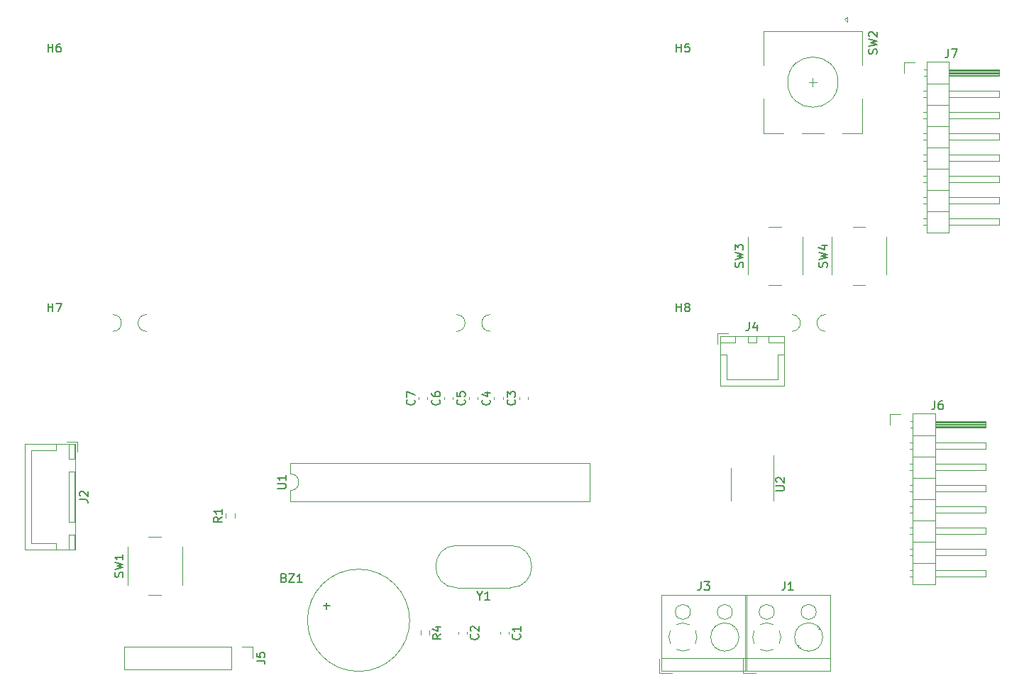
<source format=gbr>
%TF.GenerationSoftware,KiCad,Pcbnew,(6.0.5)*%
%TF.CreationDate,2022-11-21T22:14:33-06:00*%
%TF.ProjectId,A10102,41313031-3032-42e6-9b69-6361645f7063,rev?*%
%TF.SameCoordinates,Original*%
%TF.FileFunction,Legend,Top*%
%TF.FilePolarity,Positive*%
%FSLAX46Y46*%
G04 Gerber Fmt 4.6, Leading zero omitted, Abs format (unit mm)*
G04 Created by KiCad (PCBNEW (6.0.5)) date 2022-11-21 22:14:33*
%MOMM*%
%LPD*%
G01*
G04 APERTURE LIST*
%ADD10C,0.150000*%
%ADD11C,0.100000*%
%ADD12C,0.120000*%
G04 APERTURE END LIST*
D10*
%TO.C,C3*%
X142747142Y-89086666D02*
X142794761Y-89134285D01*
X142842380Y-89277142D01*
X142842380Y-89372380D01*
X142794761Y-89515238D01*
X142699523Y-89610476D01*
X142604285Y-89658095D01*
X142413809Y-89705714D01*
X142270952Y-89705714D01*
X142080476Y-89658095D01*
X141985238Y-89610476D01*
X141890000Y-89515238D01*
X141842380Y-89372380D01*
X141842380Y-89277142D01*
X141890000Y-89134285D01*
X141937619Y-89086666D01*
X141842380Y-88753333D02*
X141842380Y-88134285D01*
X142223333Y-88467619D01*
X142223333Y-88324761D01*
X142270952Y-88229523D01*
X142318571Y-88181904D01*
X142413809Y-88134285D01*
X142651904Y-88134285D01*
X142747142Y-88181904D01*
X142794761Y-88229523D01*
X142842380Y-88324761D01*
X142842380Y-88610476D01*
X142794761Y-88705714D01*
X142747142Y-88753333D01*
%TO.C,H5*%
X162058095Y-47572380D02*
X162058095Y-46572380D01*
X162058095Y-47048571D02*
X162629523Y-47048571D01*
X162629523Y-47572380D02*
X162629523Y-46572380D01*
X163581904Y-46572380D02*
X163105714Y-46572380D01*
X163058095Y-47048571D01*
X163105714Y-47000952D01*
X163200952Y-46953333D01*
X163439047Y-46953333D01*
X163534285Y-47000952D01*
X163581904Y-47048571D01*
X163629523Y-47143809D01*
X163629523Y-47381904D01*
X163581904Y-47477142D01*
X163534285Y-47524761D01*
X163439047Y-47572380D01*
X163200952Y-47572380D01*
X163105714Y-47524761D01*
X163058095Y-47477142D01*
%TO.C,SW3*%
X169974761Y-73253333D02*
X170022380Y-73110476D01*
X170022380Y-72872380D01*
X169974761Y-72777142D01*
X169927142Y-72729523D01*
X169831904Y-72681904D01*
X169736666Y-72681904D01*
X169641428Y-72729523D01*
X169593809Y-72777142D01*
X169546190Y-72872380D01*
X169498571Y-73062857D01*
X169450952Y-73158095D01*
X169403333Y-73205714D01*
X169308095Y-73253333D01*
X169212857Y-73253333D01*
X169117619Y-73205714D01*
X169070000Y-73158095D01*
X169022380Y-73062857D01*
X169022380Y-72824761D01*
X169070000Y-72681904D01*
X169022380Y-72348571D02*
X170022380Y-72110476D01*
X169308095Y-71920000D01*
X170022380Y-71729523D01*
X169022380Y-71491428D01*
X169022380Y-71205714D02*
X169022380Y-70586666D01*
X169403333Y-70920000D01*
X169403333Y-70777142D01*
X169450952Y-70681904D01*
X169498571Y-70634285D01*
X169593809Y-70586666D01*
X169831904Y-70586666D01*
X169927142Y-70634285D01*
X169974761Y-70681904D01*
X170022380Y-70777142D01*
X170022380Y-71062857D01*
X169974761Y-71158095D01*
X169927142Y-71205714D01*
%TO.C,R1*%
X107842380Y-103086666D02*
X107366190Y-103420000D01*
X107842380Y-103658095D02*
X106842380Y-103658095D01*
X106842380Y-103277142D01*
X106890000Y-103181904D01*
X106937619Y-103134285D01*
X107032857Y-103086666D01*
X107175714Y-103086666D01*
X107270952Y-103134285D01*
X107318571Y-103181904D01*
X107366190Y-103277142D01*
X107366190Y-103658095D01*
X107842380Y-102134285D02*
X107842380Y-102705714D01*
X107842380Y-102420000D02*
X106842380Y-102420000D01*
X106985238Y-102515238D01*
X107080476Y-102610476D01*
X107128095Y-102705714D01*
%TO.C,H7*%
X87058095Y-78572380D02*
X87058095Y-77572380D01*
X87058095Y-78048571D02*
X87629523Y-78048571D01*
X87629523Y-78572380D02*
X87629523Y-77572380D01*
X88010476Y-77572380D02*
X88677142Y-77572380D01*
X88248571Y-78572380D01*
%TO.C,U2*%
X173922380Y-99931904D02*
X174731904Y-99931904D01*
X174827142Y-99884285D01*
X174874761Y-99836666D01*
X174922380Y-99741428D01*
X174922380Y-99550952D01*
X174874761Y-99455714D01*
X174827142Y-99408095D01*
X174731904Y-99360476D01*
X173922380Y-99360476D01*
X174017619Y-98931904D02*
X173970000Y-98884285D01*
X173922380Y-98789047D01*
X173922380Y-98550952D01*
X173970000Y-98455714D01*
X174017619Y-98408095D01*
X174112857Y-98360476D01*
X174208095Y-98360476D01*
X174350952Y-98408095D01*
X174922380Y-98979523D01*
X174922380Y-98360476D01*
%TO.C,C6*%
X133747142Y-89086666D02*
X133794761Y-89134285D01*
X133842380Y-89277142D01*
X133842380Y-89372380D01*
X133794761Y-89515238D01*
X133699523Y-89610476D01*
X133604285Y-89658095D01*
X133413809Y-89705714D01*
X133270952Y-89705714D01*
X133080476Y-89658095D01*
X132985238Y-89610476D01*
X132890000Y-89515238D01*
X132842380Y-89372380D01*
X132842380Y-89277142D01*
X132890000Y-89134285D01*
X132937619Y-89086666D01*
X132842380Y-88229523D02*
X132842380Y-88420000D01*
X132890000Y-88515238D01*
X132937619Y-88562857D01*
X133080476Y-88658095D01*
X133270952Y-88705714D01*
X133651904Y-88705714D01*
X133747142Y-88658095D01*
X133794761Y-88610476D01*
X133842380Y-88515238D01*
X133842380Y-88324761D01*
X133794761Y-88229523D01*
X133747142Y-88181904D01*
X133651904Y-88134285D01*
X133413809Y-88134285D01*
X133318571Y-88181904D01*
X133270952Y-88229523D01*
X133223333Y-88324761D01*
X133223333Y-88515238D01*
X133270952Y-88610476D01*
X133318571Y-88658095D01*
X133413809Y-88705714D01*
%TO.C,J5*%
X111952380Y-120253333D02*
X112666666Y-120253333D01*
X112809523Y-120300952D01*
X112904761Y-120396190D01*
X112952380Y-120539047D01*
X112952380Y-120634285D01*
X111952380Y-119300952D02*
X111952380Y-119777142D01*
X112428571Y-119824761D01*
X112380952Y-119777142D01*
X112333333Y-119681904D01*
X112333333Y-119443809D01*
X112380952Y-119348571D01*
X112428571Y-119300952D01*
X112523809Y-119253333D01*
X112761904Y-119253333D01*
X112857142Y-119300952D01*
X112904761Y-119348571D01*
X112952380Y-119443809D01*
X112952380Y-119681904D01*
X112904761Y-119777142D01*
X112857142Y-119824761D01*
%TO.C,R4*%
X133952380Y-117086666D02*
X133476190Y-117420000D01*
X133952380Y-117658095D02*
X132952380Y-117658095D01*
X132952380Y-117277142D01*
X133000000Y-117181904D01*
X133047619Y-117134285D01*
X133142857Y-117086666D01*
X133285714Y-117086666D01*
X133380952Y-117134285D01*
X133428571Y-117181904D01*
X133476190Y-117277142D01*
X133476190Y-117658095D01*
X133285714Y-116229523D02*
X133952380Y-116229523D01*
X132904761Y-116467619D02*
X133619047Y-116705714D01*
X133619047Y-116086666D01*
%TO.C,U1*%
X114442380Y-99696904D02*
X115251904Y-99696904D01*
X115347142Y-99649285D01*
X115394761Y-99601666D01*
X115442380Y-99506428D01*
X115442380Y-99315952D01*
X115394761Y-99220714D01*
X115347142Y-99173095D01*
X115251904Y-99125476D01*
X114442380Y-99125476D01*
X115442380Y-98125476D02*
X115442380Y-98696904D01*
X115442380Y-98411190D02*
X114442380Y-98411190D01*
X114585238Y-98506428D01*
X114680476Y-98601666D01*
X114728095Y-98696904D01*
%TO.C,C1*%
X143357142Y-117086666D02*
X143404761Y-117134285D01*
X143452380Y-117277142D01*
X143452380Y-117372380D01*
X143404761Y-117515238D01*
X143309523Y-117610476D01*
X143214285Y-117658095D01*
X143023809Y-117705714D01*
X142880952Y-117705714D01*
X142690476Y-117658095D01*
X142595238Y-117610476D01*
X142500000Y-117515238D01*
X142452380Y-117372380D01*
X142452380Y-117277142D01*
X142500000Y-117134285D01*
X142547619Y-117086666D01*
X143452380Y-116134285D02*
X143452380Y-116705714D01*
X143452380Y-116420000D02*
X142452380Y-116420000D01*
X142595238Y-116515238D01*
X142690476Y-116610476D01*
X142738095Y-116705714D01*
%TO.C,C5*%
X136747142Y-89086666D02*
X136794761Y-89134285D01*
X136842380Y-89277142D01*
X136842380Y-89372380D01*
X136794761Y-89515238D01*
X136699523Y-89610476D01*
X136604285Y-89658095D01*
X136413809Y-89705714D01*
X136270952Y-89705714D01*
X136080476Y-89658095D01*
X135985238Y-89610476D01*
X135890000Y-89515238D01*
X135842380Y-89372380D01*
X135842380Y-89277142D01*
X135890000Y-89134285D01*
X135937619Y-89086666D01*
X135842380Y-88181904D02*
X135842380Y-88658095D01*
X136318571Y-88705714D01*
X136270952Y-88658095D01*
X136223333Y-88562857D01*
X136223333Y-88324761D01*
X136270952Y-88229523D01*
X136318571Y-88181904D01*
X136413809Y-88134285D01*
X136651904Y-88134285D01*
X136747142Y-88181904D01*
X136794761Y-88229523D01*
X136842380Y-88324761D01*
X136842380Y-88562857D01*
X136794761Y-88658095D01*
X136747142Y-88705714D01*
%TO.C,SW2*%
X185924761Y-47803333D02*
X185972380Y-47660476D01*
X185972380Y-47422380D01*
X185924761Y-47327142D01*
X185877142Y-47279523D01*
X185781904Y-47231904D01*
X185686666Y-47231904D01*
X185591428Y-47279523D01*
X185543809Y-47327142D01*
X185496190Y-47422380D01*
X185448571Y-47612857D01*
X185400952Y-47708095D01*
X185353333Y-47755714D01*
X185258095Y-47803333D01*
X185162857Y-47803333D01*
X185067619Y-47755714D01*
X185020000Y-47708095D01*
X184972380Y-47612857D01*
X184972380Y-47374761D01*
X185020000Y-47231904D01*
X184972380Y-46898571D02*
X185972380Y-46660476D01*
X185258095Y-46470000D01*
X185972380Y-46279523D01*
X184972380Y-46041428D01*
X185067619Y-45708095D02*
X185020000Y-45660476D01*
X184972380Y-45565238D01*
X184972380Y-45327142D01*
X185020000Y-45231904D01*
X185067619Y-45184285D01*
X185162857Y-45136666D01*
X185258095Y-45136666D01*
X185400952Y-45184285D01*
X185972380Y-45755714D01*
X185972380Y-45136666D01*
%TO.C,SW1*%
X95974761Y-110253333D02*
X96022380Y-110110476D01*
X96022380Y-109872380D01*
X95974761Y-109777142D01*
X95927142Y-109729523D01*
X95831904Y-109681904D01*
X95736666Y-109681904D01*
X95641428Y-109729523D01*
X95593809Y-109777142D01*
X95546190Y-109872380D01*
X95498571Y-110062857D01*
X95450952Y-110158095D01*
X95403333Y-110205714D01*
X95308095Y-110253333D01*
X95212857Y-110253333D01*
X95117619Y-110205714D01*
X95070000Y-110158095D01*
X95022380Y-110062857D01*
X95022380Y-109824761D01*
X95070000Y-109681904D01*
X95022380Y-109348571D02*
X96022380Y-109110476D01*
X95308095Y-108920000D01*
X96022380Y-108729523D01*
X95022380Y-108491428D01*
X96022380Y-107586666D02*
X96022380Y-108158095D01*
X96022380Y-107872380D02*
X95022380Y-107872380D01*
X95165238Y-107967619D01*
X95260476Y-108062857D01*
X95308095Y-108158095D01*
%TO.C,J3*%
X164986666Y-110812380D02*
X164986666Y-111526666D01*
X164939047Y-111669523D01*
X164843809Y-111764761D01*
X164700952Y-111812380D01*
X164605714Y-111812380D01*
X165367619Y-110812380D02*
X165986666Y-110812380D01*
X165653333Y-111193333D01*
X165796190Y-111193333D01*
X165891428Y-111240952D01*
X165939047Y-111288571D01*
X165986666Y-111383809D01*
X165986666Y-111621904D01*
X165939047Y-111717142D01*
X165891428Y-111764761D01*
X165796190Y-111812380D01*
X165510476Y-111812380D01*
X165415238Y-111764761D01*
X165367619Y-111717142D01*
%TO.C,J1*%
X174986666Y-110812380D02*
X174986666Y-111526666D01*
X174939047Y-111669523D01*
X174843809Y-111764761D01*
X174700952Y-111812380D01*
X174605714Y-111812380D01*
X175986666Y-111812380D02*
X175415238Y-111812380D01*
X175700952Y-111812380D02*
X175700952Y-110812380D01*
X175605714Y-110955238D01*
X175510476Y-111050476D01*
X175415238Y-111098095D01*
%TO.C,C2*%
X138357142Y-117086666D02*
X138404761Y-117134285D01*
X138452380Y-117277142D01*
X138452380Y-117372380D01*
X138404761Y-117515238D01*
X138309523Y-117610476D01*
X138214285Y-117658095D01*
X138023809Y-117705714D01*
X137880952Y-117705714D01*
X137690476Y-117658095D01*
X137595238Y-117610476D01*
X137500000Y-117515238D01*
X137452380Y-117372380D01*
X137452380Y-117277142D01*
X137500000Y-117134285D01*
X137547619Y-117086666D01*
X137547619Y-116705714D02*
X137500000Y-116658095D01*
X137452380Y-116562857D01*
X137452380Y-116324761D01*
X137500000Y-116229523D01*
X137547619Y-116181904D01*
X137642857Y-116134285D01*
X137738095Y-116134285D01*
X137880952Y-116181904D01*
X138452380Y-116753333D01*
X138452380Y-116134285D01*
%TO.C,BZ1*%
X115239047Y-110348571D02*
X115381904Y-110396190D01*
X115429523Y-110443809D01*
X115477142Y-110539047D01*
X115477142Y-110681904D01*
X115429523Y-110777142D01*
X115381904Y-110824761D01*
X115286666Y-110872380D01*
X114905714Y-110872380D01*
X114905714Y-109872380D01*
X115239047Y-109872380D01*
X115334285Y-109920000D01*
X115381904Y-109967619D01*
X115429523Y-110062857D01*
X115429523Y-110158095D01*
X115381904Y-110253333D01*
X115334285Y-110300952D01*
X115239047Y-110348571D01*
X114905714Y-110348571D01*
X115810476Y-109872380D02*
X116477142Y-109872380D01*
X115810476Y-110872380D01*
X116477142Y-110872380D01*
X117381904Y-110872380D02*
X116810476Y-110872380D01*
X117096190Y-110872380D02*
X117096190Y-109872380D01*
X117000952Y-110015238D01*
X116905714Y-110110476D01*
X116810476Y-110158095D01*
X119939047Y-113691428D02*
X120700952Y-113691428D01*
X120320000Y-114072380D02*
X120320000Y-113310476D01*
%TO.C,SW4*%
X179974761Y-73253333D02*
X180022380Y-73110476D01*
X180022380Y-72872380D01*
X179974761Y-72777142D01*
X179927142Y-72729523D01*
X179831904Y-72681904D01*
X179736666Y-72681904D01*
X179641428Y-72729523D01*
X179593809Y-72777142D01*
X179546190Y-72872380D01*
X179498571Y-73062857D01*
X179450952Y-73158095D01*
X179403333Y-73205714D01*
X179308095Y-73253333D01*
X179212857Y-73253333D01*
X179117619Y-73205714D01*
X179070000Y-73158095D01*
X179022380Y-73062857D01*
X179022380Y-72824761D01*
X179070000Y-72681904D01*
X179022380Y-72348571D02*
X180022380Y-72110476D01*
X179308095Y-71920000D01*
X180022380Y-71729523D01*
X179022380Y-71491428D01*
X179355714Y-70681904D02*
X180022380Y-70681904D01*
X178974761Y-70920000D02*
X179689047Y-71158095D01*
X179689047Y-70539047D01*
%TO.C,H8*%
X162058095Y-78572380D02*
X162058095Y-77572380D01*
X162058095Y-78048571D02*
X162629523Y-78048571D01*
X162629523Y-78572380D02*
X162629523Y-77572380D01*
X163248571Y-78000952D02*
X163153333Y-77953333D01*
X163105714Y-77905714D01*
X163058095Y-77810476D01*
X163058095Y-77762857D01*
X163105714Y-77667619D01*
X163153333Y-77620000D01*
X163248571Y-77572380D01*
X163439047Y-77572380D01*
X163534285Y-77620000D01*
X163581904Y-77667619D01*
X163629523Y-77762857D01*
X163629523Y-77810476D01*
X163581904Y-77905714D01*
X163534285Y-77953333D01*
X163439047Y-78000952D01*
X163248571Y-78000952D01*
X163153333Y-78048571D01*
X163105714Y-78096190D01*
X163058095Y-78191428D01*
X163058095Y-78381904D01*
X163105714Y-78477142D01*
X163153333Y-78524761D01*
X163248571Y-78572380D01*
X163439047Y-78572380D01*
X163534285Y-78524761D01*
X163581904Y-78477142D01*
X163629523Y-78381904D01*
X163629523Y-78191428D01*
X163581904Y-78096190D01*
X163534285Y-78048571D01*
X163439047Y-78000952D01*
%TO.C,J4*%
X170736666Y-79822380D02*
X170736666Y-80536666D01*
X170689047Y-80679523D01*
X170593809Y-80774761D01*
X170450952Y-80822380D01*
X170355714Y-80822380D01*
X171641428Y-80155714D02*
X171641428Y-80822380D01*
X171403333Y-79774761D02*
X171165238Y-80489047D01*
X171784285Y-80489047D01*
%TO.C,C7*%
X130747142Y-89086666D02*
X130794761Y-89134285D01*
X130842380Y-89277142D01*
X130842380Y-89372380D01*
X130794761Y-89515238D01*
X130699523Y-89610476D01*
X130604285Y-89658095D01*
X130413809Y-89705714D01*
X130270952Y-89705714D01*
X130080476Y-89658095D01*
X129985238Y-89610476D01*
X129890000Y-89515238D01*
X129842380Y-89372380D01*
X129842380Y-89277142D01*
X129890000Y-89134285D01*
X129937619Y-89086666D01*
X129842380Y-88753333D02*
X129842380Y-88086666D01*
X130842380Y-88515238D01*
%TO.C,J6*%
X192871666Y-89227380D02*
X192871666Y-89941666D01*
X192824047Y-90084523D01*
X192728809Y-90179761D01*
X192585952Y-90227380D01*
X192490714Y-90227380D01*
X193776428Y-89227380D02*
X193585952Y-89227380D01*
X193490714Y-89275000D01*
X193443095Y-89322619D01*
X193347857Y-89465476D01*
X193300238Y-89655952D01*
X193300238Y-90036904D01*
X193347857Y-90132142D01*
X193395476Y-90179761D01*
X193490714Y-90227380D01*
X193681190Y-90227380D01*
X193776428Y-90179761D01*
X193824047Y-90132142D01*
X193871666Y-90036904D01*
X193871666Y-89798809D01*
X193824047Y-89703571D01*
X193776428Y-89655952D01*
X193681190Y-89608333D01*
X193490714Y-89608333D01*
X193395476Y-89655952D01*
X193347857Y-89703571D01*
X193300238Y-89798809D01*
%TO.C,Y1*%
X138573809Y-112501190D02*
X138573809Y-112977380D01*
X138240476Y-111977380D02*
X138573809Y-112501190D01*
X138907142Y-111977380D01*
X139764285Y-112977380D02*
X139192857Y-112977380D01*
X139478571Y-112977380D02*
X139478571Y-111977380D01*
X139383333Y-112120238D01*
X139288095Y-112215476D01*
X139192857Y-112263095D01*
%TO.C,J2*%
X90822380Y-101003333D02*
X91536666Y-101003333D01*
X91679523Y-101050952D01*
X91774761Y-101146190D01*
X91822380Y-101289047D01*
X91822380Y-101384285D01*
X90917619Y-100574761D02*
X90870000Y-100527142D01*
X90822380Y-100431904D01*
X90822380Y-100193809D01*
X90870000Y-100098571D01*
X90917619Y-100050952D01*
X91012857Y-100003333D01*
X91108095Y-100003333D01*
X91250952Y-100050952D01*
X91822380Y-100622380D01*
X91822380Y-100003333D01*
%TO.C,H6*%
X87058095Y-47572380D02*
X87058095Y-46572380D01*
X87058095Y-47048571D02*
X87629523Y-47048571D01*
X87629523Y-47572380D02*
X87629523Y-46572380D01*
X88534285Y-46572380D02*
X88343809Y-46572380D01*
X88248571Y-46620000D01*
X88200952Y-46667619D01*
X88105714Y-46810476D01*
X88058095Y-47000952D01*
X88058095Y-47381904D01*
X88105714Y-47477142D01*
X88153333Y-47524761D01*
X88248571Y-47572380D01*
X88439047Y-47572380D01*
X88534285Y-47524761D01*
X88581904Y-47477142D01*
X88629523Y-47381904D01*
X88629523Y-47143809D01*
X88581904Y-47048571D01*
X88534285Y-47000952D01*
X88439047Y-46953333D01*
X88248571Y-46953333D01*
X88153333Y-47000952D01*
X88105714Y-47048571D01*
X88058095Y-47143809D01*
%TO.C,J7*%
X194496666Y-47227380D02*
X194496666Y-47941666D01*
X194449047Y-48084523D01*
X194353809Y-48179761D01*
X194210952Y-48227380D01*
X194115714Y-48227380D01*
X194877619Y-47227380D02*
X195544285Y-47227380D01*
X195115714Y-48227380D01*
%TO.C,C4*%
X139747142Y-89086666D02*
X139794761Y-89134285D01*
X139842380Y-89277142D01*
X139842380Y-89372380D01*
X139794761Y-89515238D01*
X139699523Y-89610476D01*
X139604285Y-89658095D01*
X139413809Y-89705714D01*
X139270952Y-89705714D01*
X139080476Y-89658095D01*
X138985238Y-89610476D01*
X138890000Y-89515238D01*
X138842380Y-89372380D01*
X138842380Y-89277142D01*
X138890000Y-89134285D01*
X138937619Y-89086666D01*
X139175714Y-88229523D02*
X139842380Y-88229523D01*
X138794761Y-88467619D02*
X139509047Y-88705714D01*
X139509047Y-88086666D01*
D11*
%TO.C,mouse-bite-2mm-slot*%
X94820000Y-80920000D02*
G75*
G03*
X94820000Y-78920000I0J1000000D01*
G01*
X98820000Y-78920000D02*
G75*
G03*
X98820000Y-80920000I0J-1000000D01*
G01*
D12*
%TO.C,C3*%
X143310000Y-89066267D02*
X143310000Y-88773733D01*
X144330000Y-89066267D02*
X144330000Y-88773733D01*
%TO.C,SW3*%
X177070000Y-74170000D02*
X177070000Y-69670000D01*
X173070000Y-75420000D02*
X174570000Y-75420000D01*
X174570000Y-68420000D02*
X173070000Y-68420000D01*
X170570000Y-69670000D02*
X170570000Y-74170000D01*
%TO.C,R1*%
X108297500Y-103174724D02*
X108297500Y-102665276D01*
X109342500Y-103174724D02*
X109342500Y-102665276D01*
%TO.C,U2*%
X173630000Y-99170000D02*
X173630000Y-95720000D01*
X168510000Y-99170000D02*
X168510000Y-101120000D01*
X173630000Y-99170000D02*
X173630000Y-101120000D01*
X168510000Y-99170000D02*
X168510000Y-97220000D01*
%TO.C,C6*%
X135330000Y-89066267D02*
X135330000Y-88773733D01*
X134310000Y-89066267D02*
X134310000Y-88773733D01*
%TO.C,J5*%
X96140000Y-118590000D02*
X96140000Y-121250000D01*
X108900000Y-118590000D02*
X108900000Y-121250000D01*
X111500000Y-118590000D02*
X111500000Y-119920000D01*
X108900000Y-118590000D02*
X96140000Y-118590000D01*
X108900000Y-121250000D02*
X96140000Y-121250000D01*
X110170000Y-118590000D02*
X111500000Y-118590000D01*
D11*
%TO.C,mouse-bite-2mm-slot*%
X135820000Y-80920000D02*
G75*
G03*
X135820000Y-78920000I0J1000000D01*
G01*
X139820000Y-78920000D02*
G75*
G03*
X139820000Y-80920000I0J-1000000D01*
G01*
D12*
%TO.C,R4*%
X132592500Y-116665276D02*
X132592500Y-117174724D01*
X131547500Y-116665276D02*
X131547500Y-117174724D01*
D11*
%TO.C,mouse-bite-2mm-slot*%
X179820000Y-78920000D02*
G75*
G03*
X179820000Y-80920000I0J-1000000D01*
G01*
X175820000Y-80920000D02*
G75*
G03*
X175820000Y-78920000I0J1000000D01*
G01*
D12*
%TO.C,U1*%
X151670000Y-101185000D02*
X151670000Y-96685000D01*
X151670000Y-96685000D02*
X115990000Y-96685000D01*
X115990000Y-99935000D02*
X115990000Y-101185000D01*
X115990000Y-96685000D02*
X115990000Y-97935000D01*
X115990000Y-101185000D02*
X151670000Y-101185000D01*
X115990000Y-99935000D02*
G75*
G03*
X115990000Y-97935000I0J1000000D01*
G01*
%TO.C,C1*%
X142080000Y-116773733D02*
X142080000Y-117066267D01*
X141060000Y-116773733D02*
X141060000Y-117066267D01*
%TO.C,C5*%
X137310000Y-89066267D02*
X137310000Y-88773733D01*
X138330000Y-89066267D02*
X138330000Y-88773733D01*
%TO.C,SW2*%
X184220000Y-45070000D02*
X172420000Y-45070000D01*
X172420000Y-49170000D02*
X172420000Y-45070000D01*
X182120000Y-43670000D02*
X182420000Y-43370000D01*
X184220000Y-57270000D02*
X181820000Y-57270000D01*
X178320000Y-50670000D02*
X178320000Y-51670000D01*
X184220000Y-49170000D02*
X184220000Y-45070000D01*
X174820000Y-57270000D02*
X172420000Y-57270000D01*
X184220000Y-53170000D02*
X184220000Y-57270000D01*
X172420000Y-57270000D02*
X172420000Y-53170000D01*
X182420000Y-43970000D02*
X182120000Y-43670000D01*
X178820000Y-51170000D02*
X177820000Y-51170000D01*
X182420000Y-43370000D02*
X182420000Y-43970000D01*
X179620000Y-57270000D02*
X177020000Y-57270000D01*
X181320000Y-51170000D02*
G75*
G03*
X181320000Y-51170000I-3000000J0D01*
G01*
%TO.C,SW1*%
X100570000Y-105420000D02*
X99070000Y-105420000D01*
X96570000Y-106670000D02*
X96570000Y-111170000D01*
X99070000Y-112420000D02*
X100570000Y-112420000D01*
X103070000Y-111170000D02*
X103070000Y-106670000D01*
%TO.C,J3*%
X166810000Y-118636000D02*
X166751000Y-118694000D01*
X166640000Y-118396000D02*
X166546000Y-118489000D01*
X160020000Y-121720000D02*
X161520000Y-121720000D01*
X160260000Y-112360000D02*
X170380000Y-112360000D01*
X160260000Y-119920000D02*
X170380000Y-119920000D01*
X160260000Y-112360000D02*
X160260000Y-121480000D01*
X160020000Y-119980000D02*
X160020000Y-121720000D01*
X169095000Y-116351000D02*
X169001000Y-116444000D01*
X168890000Y-116145000D02*
X168831000Y-116204000D01*
X170380000Y-112360000D02*
X170380000Y-121480000D01*
X160260000Y-121480000D02*
X170380000Y-121480000D01*
X162820000Y-119100000D02*
G75*
G03*
X163608712Y-118903352I0J1680000D01*
G01*
X162031000Y-118904000D02*
G75*
G03*
X162849383Y-119100450I788998J1483995D01*
G01*
X163609000Y-115936000D02*
G75*
G03*
X162030911Y-115936047I-789000J-1483995D01*
G01*
X164304000Y-118209000D02*
G75*
G03*
X164303953Y-116630911I-1484004J789000D01*
G01*
X161336000Y-116631000D02*
G75*
G03*
X161336047Y-118209089I1483995J-789000D01*
G01*
X163720000Y-114420000D02*
G75*
G03*
X163720000Y-114420000I-900000J0D01*
G01*
X169500000Y-117420000D02*
G75*
G03*
X169500000Y-117420000I-1680000J0D01*
G01*
X168720000Y-114420000D02*
G75*
G03*
X168720000Y-114420000I-900000J0D01*
G01*
%TO.C,J1*%
X170020000Y-121720000D02*
X171520000Y-121720000D01*
X180380000Y-112360000D02*
X180380000Y-121480000D01*
X170020000Y-119980000D02*
X170020000Y-121720000D01*
X170260000Y-119920000D02*
X180380000Y-119920000D01*
X170260000Y-112360000D02*
X170260000Y-121480000D01*
X179095000Y-116351000D02*
X179001000Y-116444000D01*
X178890000Y-116145000D02*
X178831000Y-116204000D01*
X176640000Y-118396000D02*
X176546000Y-118489000D01*
X170260000Y-112360000D02*
X180380000Y-112360000D01*
X170260000Y-121480000D02*
X180380000Y-121480000D01*
X176810000Y-118636000D02*
X176751000Y-118694000D01*
X171336000Y-116631000D02*
G75*
G03*
X171336047Y-118209089I1483995J-789000D01*
G01*
X174304000Y-118209000D02*
G75*
G03*
X174303953Y-116630911I-1484004J789000D01*
G01*
X172031000Y-118904000D02*
G75*
G03*
X172849383Y-119100450I788998J1483995D01*
G01*
X173609000Y-115936000D02*
G75*
G03*
X172030911Y-115936047I-789000J-1483995D01*
G01*
X172820000Y-119100000D02*
G75*
G03*
X173608712Y-118903352I0J1680000D01*
G01*
X178720000Y-114420000D02*
G75*
G03*
X178720000Y-114420000I-900000J0D01*
G01*
X173720000Y-114420000D02*
G75*
G03*
X173720000Y-114420000I-900000J0D01*
G01*
X179500000Y-117420000D02*
G75*
G03*
X179500000Y-117420000I-1680000J0D01*
G01*
%TO.C,C2*%
X137080000Y-116773733D02*
X137080000Y-117066267D01*
X136060000Y-116773733D02*
X136060000Y-117066267D01*
%TO.C,BZ1*%
X130220000Y-115420000D02*
G75*
G03*
X130220000Y-115420000I-6100000J0D01*
G01*
%TO.C,SW4*%
X187070000Y-74170000D02*
X187070000Y-69670000D01*
X183070000Y-75420000D02*
X184570000Y-75420000D01*
X180570000Y-69670000D02*
X180570000Y-74170000D01*
X184570000Y-68420000D02*
X183070000Y-68420000D01*
%TO.C,J4*%
X174880000Y-87430000D02*
X174880000Y-81460000D01*
X174870000Y-81470000D02*
X173070000Y-81470000D01*
X168020000Y-83720000D02*
X168020000Y-86670000D01*
X171570000Y-81470000D02*
X170570000Y-81470000D01*
X174120000Y-83720000D02*
X174120000Y-86670000D01*
X173070000Y-82220000D02*
X174870000Y-82220000D01*
X174870000Y-82220000D02*
X174870000Y-81470000D01*
X166970000Y-81170000D02*
X166970000Y-82420000D01*
X167270000Y-83720000D02*
X168020000Y-83720000D01*
X174880000Y-81460000D02*
X167260000Y-81460000D01*
X174120000Y-86670000D02*
X171070000Y-86670000D01*
X167270000Y-81470000D02*
X167270000Y-82220000D01*
X169070000Y-81470000D02*
X167270000Y-81470000D01*
X167260000Y-81460000D02*
X167260000Y-87430000D01*
X169070000Y-82220000D02*
X169070000Y-81470000D01*
X168020000Y-86670000D02*
X171070000Y-86670000D01*
X170570000Y-81470000D02*
X170570000Y-82220000D01*
X174870000Y-83720000D02*
X174120000Y-83720000D01*
X173070000Y-81470000D02*
X173070000Y-82220000D01*
X168220000Y-81170000D02*
X166970000Y-81170000D01*
X167260000Y-87430000D02*
X174880000Y-87430000D01*
X167270000Y-82220000D02*
X169070000Y-82220000D01*
X170570000Y-82220000D02*
X171570000Y-82220000D01*
X171570000Y-82220000D02*
X171570000Y-81470000D01*
%TO.C,C7*%
X132330000Y-89066267D02*
X132330000Y-88773733D01*
X131310000Y-89066267D02*
X131310000Y-88773733D01*
%TO.C,J6*%
X198920000Y-94205000D02*
X198920000Y-94965000D01*
X189862929Y-105125000D02*
X190260000Y-105125000D01*
X189930000Y-92425000D02*
X190260000Y-92425000D01*
X192920000Y-91725000D02*
X198920000Y-91725000D01*
X189862929Y-97505000D02*
X190260000Y-97505000D01*
X198920000Y-92425000D02*
X192920000Y-92425000D01*
X192920000Y-92325000D02*
X198920000Y-92325000D01*
X189862929Y-94205000D02*
X190260000Y-94205000D01*
X190260000Y-98395000D02*
X192920000Y-98395000D01*
X198920000Y-104365000D02*
X198920000Y-105125000D01*
X189862929Y-106905000D02*
X190260000Y-106905000D01*
X187550000Y-90775000D02*
X188820000Y-90775000D01*
X192920000Y-111155000D02*
X192920000Y-90715000D01*
X198920000Y-109445000D02*
X198920000Y-110205000D01*
X192920000Y-106905000D02*
X198920000Y-106905000D01*
X192920000Y-91965000D02*
X198920000Y-91965000D01*
X189862929Y-94965000D02*
X190260000Y-94965000D01*
X198920000Y-94965000D02*
X192920000Y-94965000D01*
X198920000Y-107665000D02*
X192920000Y-107665000D01*
X190260000Y-93315000D02*
X192920000Y-93315000D01*
X190260000Y-95855000D02*
X192920000Y-95855000D01*
X190260000Y-111155000D02*
X192920000Y-111155000D01*
X190260000Y-103475000D02*
X192920000Y-103475000D01*
X198920000Y-100045000D02*
X192920000Y-100045000D01*
X198920000Y-91665000D02*
X198920000Y-92425000D01*
X192920000Y-99285000D02*
X198920000Y-99285000D01*
X192920000Y-109445000D02*
X198920000Y-109445000D01*
X190260000Y-90715000D02*
X190260000Y-111155000D01*
X192920000Y-90715000D02*
X190260000Y-90715000D01*
X192920000Y-104365000D02*
X198920000Y-104365000D01*
X198920000Y-106905000D02*
X198920000Y-107665000D01*
X192920000Y-91665000D02*
X198920000Y-91665000D01*
X198920000Y-97505000D02*
X192920000Y-97505000D01*
X198920000Y-110205000D02*
X192920000Y-110205000D01*
X190260000Y-108555000D02*
X192920000Y-108555000D01*
X198920000Y-105125000D02*
X192920000Y-105125000D01*
X198920000Y-102585000D02*
X192920000Y-102585000D01*
X189862929Y-100045000D02*
X190260000Y-100045000D01*
X189862929Y-109445000D02*
X190260000Y-109445000D01*
X189862929Y-99285000D02*
X190260000Y-99285000D01*
X192920000Y-91845000D02*
X198920000Y-91845000D01*
X198920000Y-101825000D02*
X198920000Y-102585000D01*
X192920000Y-92205000D02*
X198920000Y-92205000D01*
X192920000Y-101825000D02*
X198920000Y-101825000D01*
X189862929Y-101825000D02*
X190260000Y-101825000D01*
X189862929Y-102585000D02*
X190260000Y-102585000D01*
X198920000Y-99285000D02*
X198920000Y-100045000D01*
X189862929Y-104365000D02*
X190260000Y-104365000D01*
X189862929Y-107665000D02*
X190260000Y-107665000D01*
X192920000Y-94205000D02*
X198920000Y-94205000D01*
X190260000Y-100935000D02*
X192920000Y-100935000D01*
X192920000Y-96745000D02*
X198920000Y-96745000D01*
X198920000Y-96745000D02*
X198920000Y-97505000D01*
X189930000Y-91665000D02*
X190260000Y-91665000D01*
X189862929Y-96745000D02*
X190260000Y-96745000D01*
X192920000Y-92085000D02*
X198920000Y-92085000D01*
X187550000Y-92045000D02*
X187550000Y-90775000D01*
X189862929Y-110205000D02*
X190260000Y-110205000D01*
X190260000Y-106015000D02*
X192920000Y-106015000D01*
%TO.C,Y1*%
X142250000Y-106475000D02*
X135850000Y-106475000D01*
X142250000Y-111525000D02*
X135850000Y-111525000D01*
X135850000Y-106475000D02*
G75*
G03*
X135850000Y-111525000I0J-2525000D01*
G01*
X142250000Y-111525000D02*
G75*
G03*
X142250000Y-106475000I0J2525000D01*
G01*
%TO.C,J2*%
X90270000Y-94370000D02*
X89520000Y-94370000D01*
X89520000Y-106970000D02*
X90270000Y-106970000D01*
X89520000Y-97670000D02*
X89520000Y-103670000D01*
X90270000Y-96170000D02*
X90270000Y-94370000D01*
X90270000Y-97670000D02*
X89520000Y-97670000D01*
X89520000Y-94370000D02*
X89520000Y-96170000D01*
X89520000Y-105170000D02*
X89520000Y-106970000D01*
X89520000Y-103670000D02*
X90270000Y-103670000D01*
X90270000Y-106970000D02*
X90270000Y-105170000D01*
X88020000Y-106970000D02*
X88020000Y-106220000D01*
X90570000Y-95320000D02*
X90570000Y-94070000D01*
X88020000Y-106220000D02*
X85070000Y-106220000D01*
X90270000Y-105170000D02*
X89520000Y-105170000D01*
X88020000Y-95120000D02*
X85070000Y-95120000D01*
X90570000Y-94070000D02*
X89320000Y-94070000D01*
X90280000Y-94360000D02*
X84310000Y-94360000D01*
X90270000Y-103670000D02*
X90270000Y-97670000D01*
X89520000Y-96170000D02*
X90270000Y-96170000D01*
X84310000Y-106980000D02*
X90280000Y-106980000D01*
X85070000Y-106220000D02*
X85070000Y-100670000D01*
X88020000Y-94370000D02*
X88020000Y-95120000D01*
X84310000Y-94360000D02*
X84310000Y-106980000D01*
X85070000Y-95120000D02*
X85070000Y-100670000D01*
X90280000Y-106980000D02*
X90280000Y-94360000D01*
%TO.C,J7*%
X191885000Y-53855000D02*
X194545000Y-53855000D01*
X191487929Y-52965000D02*
X191885000Y-52965000D01*
X191885000Y-48715000D02*
X191885000Y-69155000D01*
X194545000Y-59825000D02*
X200545000Y-59825000D01*
X189175000Y-50045000D02*
X189175000Y-48775000D01*
X194545000Y-50085000D02*
X200545000Y-50085000D01*
X191487929Y-60585000D02*
X191885000Y-60585000D01*
X194545000Y-57285000D02*
X200545000Y-57285000D01*
X200545000Y-58045000D02*
X194545000Y-58045000D01*
X191487929Y-55505000D02*
X191885000Y-55505000D01*
X191487929Y-67445000D02*
X191885000Y-67445000D01*
X200545000Y-64905000D02*
X200545000Y-65665000D01*
X191487929Y-58045000D02*
X191885000Y-58045000D01*
X194545000Y-62365000D02*
X200545000Y-62365000D01*
X191885000Y-58935000D02*
X194545000Y-58935000D01*
X191555000Y-49665000D02*
X191885000Y-49665000D01*
X200545000Y-50425000D02*
X194545000Y-50425000D01*
X189175000Y-48775000D02*
X190445000Y-48775000D01*
X200545000Y-67445000D02*
X200545000Y-68205000D01*
X200545000Y-49665000D02*
X200545000Y-50425000D01*
X191487929Y-64905000D02*
X191885000Y-64905000D01*
X191885000Y-51315000D02*
X194545000Y-51315000D01*
X194545000Y-49845000D02*
X200545000Y-49845000D01*
X194545000Y-48715000D02*
X191885000Y-48715000D01*
X200545000Y-68205000D02*
X194545000Y-68205000D01*
X194545000Y-67445000D02*
X200545000Y-67445000D01*
X200545000Y-52205000D02*
X200545000Y-52965000D01*
X191885000Y-56395000D02*
X194545000Y-56395000D01*
X200545000Y-63125000D02*
X194545000Y-63125000D01*
X200545000Y-52965000D02*
X194545000Y-52965000D01*
X191487929Y-54745000D02*
X191885000Y-54745000D01*
X194545000Y-64905000D02*
X200545000Y-64905000D01*
X194545000Y-49665000D02*
X200545000Y-49665000D01*
X194545000Y-52205000D02*
X200545000Y-52205000D01*
X191487929Y-59825000D02*
X191885000Y-59825000D01*
X191487929Y-63125000D02*
X191885000Y-63125000D01*
X194545000Y-49725000D02*
X200545000Y-49725000D01*
X200545000Y-65665000D02*
X194545000Y-65665000D01*
X194545000Y-50205000D02*
X200545000Y-50205000D01*
X191885000Y-69155000D02*
X194545000Y-69155000D01*
X200545000Y-59825000D02*
X200545000Y-60585000D01*
X191487929Y-62365000D02*
X191885000Y-62365000D01*
X191487929Y-65665000D02*
X191885000Y-65665000D01*
X200545000Y-62365000D02*
X200545000Y-63125000D01*
X191487929Y-52205000D02*
X191885000Y-52205000D01*
X200545000Y-60585000D02*
X194545000Y-60585000D01*
X200545000Y-55505000D02*
X194545000Y-55505000D01*
X194545000Y-69155000D02*
X194545000Y-48715000D01*
X200545000Y-54745000D02*
X200545000Y-55505000D01*
X191487929Y-68205000D02*
X191885000Y-68205000D01*
X194545000Y-54745000D02*
X200545000Y-54745000D01*
X191885000Y-64015000D02*
X194545000Y-64015000D01*
X194545000Y-49965000D02*
X200545000Y-49965000D01*
X200545000Y-57285000D02*
X200545000Y-58045000D01*
X191885000Y-61475000D02*
X194545000Y-61475000D01*
X194545000Y-50325000D02*
X200545000Y-50325000D01*
X191487929Y-57285000D02*
X191885000Y-57285000D01*
X191885000Y-66555000D02*
X194545000Y-66555000D01*
X191555000Y-50425000D02*
X191885000Y-50425000D01*
%TO.C,C4*%
X140310000Y-89066267D02*
X140310000Y-88773733D01*
X141330000Y-89066267D02*
X141330000Y-88773733D01*
%TD*%
M02*

</source>
